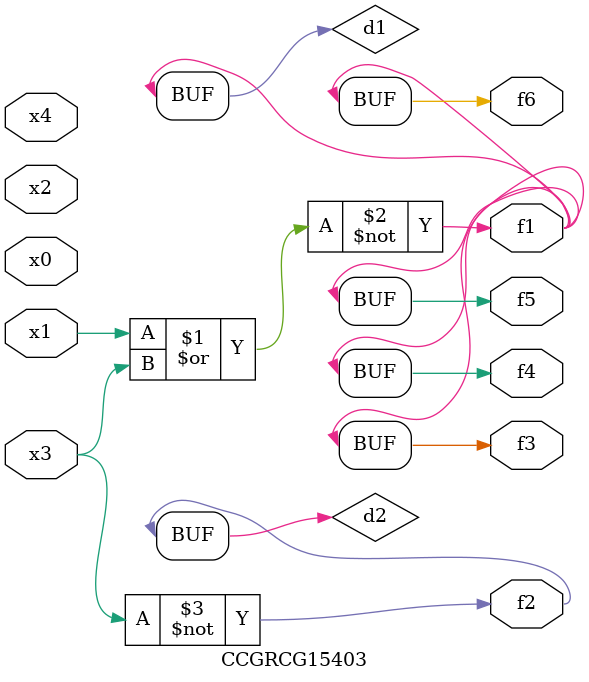
<source format=v>
module CCGRCG15403(
	input x0, x1, x2, x3, x4,
	output f1, f2, f3, f4, f5, f6
);

	wire d1, d2;

	nor (d1, x1, x3);
	not (d2, x3);
	assign f1 = d1;
	assign f2 = d2;
	assign f3 = d1;
	assign f4 = d1;
	assign f5 = d1;
	assign f6 = d1;
endmodule

</source>
